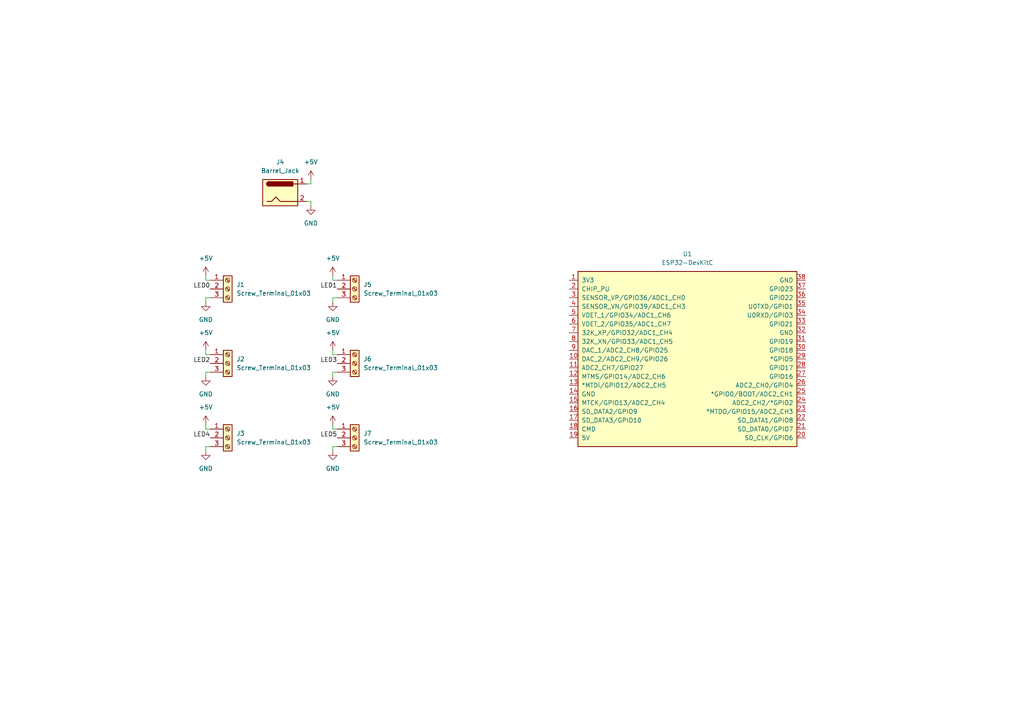
<source format=kicad_sch>
(kicad_sch (version 20211123) (generator eeschema)
  (paper "A4")
  (lib_symbols
    (symbol "Connector:Barrel_Jack" (pin_names (offset 1.016))
      (property "Reference" "J" (at 0 5.334 0))
      (property "Value" "Barrel_Jack" (at 0 -5.08 0))
      (symbol "Barrel_Jack_0_1"
        (rectangle (start -5.08 3.81) (end 5.08 -3.81) (stroke (width 0.254)) (fill (type background)))
        (arc (start -3.302 3.175) (mid -3.937 2.54) (end -3.302 1.905) (stroke (width 0.254)))
        (arc (start -3.302 3.175) (mid -3.937 2.54) (end -3.302 1.905) (stroke (width 0.254)) (fill (type outline)))
        (polyline (pts (xy 5.08 2.54) (xy 3.81 2.54)) (stroke (width 0.254)))
        (polyline (pts (xy -3.81 -2.54) (xy -2.54 -2.54) (xy -1.27 -1.27) (xy 0 -2.54) (xy 2.54 -2.54) (xy 5.08 -2.54)) (stroke (width 0.254)))
        (rectangle (start 3.683 3.175) (end -3.302 1.905) (stroke (width 0.254)) (fill (type outline)))
      )
      (symbol "Barrel_Jack_1_1"
        (pin passive line (at 7.62 2.54 180) (length 2.54) (name "~") (number "1"))
        (pin passive line (at 7.62 -2.54 180) (length 2.54) (name "~") (number "2"))
      )
    )
    (symbol "Connector:Screw_Terminal_01x03" (pin_names (offset 1.016) hide)
      (property "Reference" "J" (at 0 5.08 0))
      (property "Value" "Screw_Terminal_01x03" (at 0 -5.08 0))
      (symbol "Screw_Terminal_01x03_1_1"
        (rectangle (start -1.27 3.81) (end 1.27 -3.81) (stroke (width 0.254)) (fill (type background)))
        (circle (center 0 -2.54) (radius 0.635) (stroke (width 0.1524)))
        (polyline (pts (xy -0.5334 -2.2098) (xy 0.3302 -3.048)) (stroke (width 0.1524)))
        (polyline (pts (xy -0.5334 0.3302) (xy 0.3302 -0.508)) (stroke (width 0.1524)))
        (polyline (pts (xy -0.5334 2.8702) (xy 0.3302 2.032)) (stroke (width 0.1524)))
        (polyline (pts (xy -0.3556 -2.032) (xy 0.508 -2.8702)) (stroke (width 0.1524)))
        (polyline (pts (xy -0.3556 0.508) (xy 0.508 -0.3302)) (stroke (width 0.1524)))
        (polyline (pts (xy -0.3556 3.048) (xy 0.508 2.2098)) (stroke (width 0.1524)))
        (circle (center 0 0) (radius 0.635) (stroke (width 0.1524)))
        (circle (center 0 2.54) (radius 0.635) (stroke (width 0.1524)))
        (pin passive line (at -5.08 2.54 0) (length 3.81) (name "Pin_1") (number "1"))
        (pin passive line (at -5.08 0 0) (length 3.81) (name "Pin_2") (number "2"))
        (pin passive line (at -5.08 -2.54 0) (length 3.81) (name "Pin_3") (number "3"))
      )
    )
    (symbol "Espressif:ESP32-DevKitC" (pin_names (offset 1.016))
      (property "Reference" "U" (at -30.48 30.48 0))
      (property "Value" "ESP32-DevKitC" (at -30.48 27.94 0))
      (symbol "ESP32-DevKitC_0_0"
        (pin power_in line (at -33.02 -10.16 0) (length 2.54) (name "GND") (number "14"))
        (pin power_in line (at -33.02 -22.86 0) (length 2.54) (name "5V") (number "19"))
      )
      (symbol "ESP32-DevKitC_0_1"
        (rectangle (start -30.48 25.4) (end 33.02 -25.4) (stroke (width 0.254)) (fill (type background)))
      )
      (symbol "ESP32-DevKitC_1_1"
        (pin power_in line (at -33.02 22.86 0) (length 2.54) (name "3V3") (number "1"))
        (pin bidirectional line (at -33.02 0 0) (length 2.54) (name "DAC_2/ADC2_CH9/GPIO26") (number "10"))
        (pin bidirectional line (at -33.02 -2.54 0) (length 2.54) (name "ADC2_CH7/GPIO27") (number "11"))
        (pin bidirectional line (at -33.02 -5.08 0) (length 2.54) (name "MTMS/GPIO14/ADC2_CH6") (number "12"))
        (pin bidirectional line (at -33.02 -7.62 0) (length 2.54) (name "*MTDI/GPIO12/ADC2_CH5") (number "13"))
        (pin bidirectional line (at -33.02 -12.7 0) (length 2.54) (name "MTCK/GPIO13/ADC2_CH4") (number "15"))
        (pin bidirectional line (at -33.02 -15.24 0) (length 2.54) (name "SD_DATA2/GPIO9") (number "16"))
        (pin bidirectional line (at -33.02 -17.78 0) (length 2.54) (name "SD_DATA3/GPIO10") (number "17"))
        (pin bidirectional line (at -33.02 -20.32 0) (length 2.54) (name "CMD") (number "18"))
        (pin input line (at -33.02 20.32 0) (length 2.54) (name "CHIP_PU") (number "2"))
        (pin bidirectional line (at 35.56 -22.86 180) (length 2.54) (name "SD_CLK/GPIO6") (number "20"))
        (pin bidirectional line (at 35.56 -20.32 180) (length 2.54) (name "SD_DATA0/GPIO7") (number "21"))
        (pin bidirectional line (at 35.56 -17.78 180) (length 2.54) (name "SD_DATA1/GPIO8") (number "22"))
        (pin bidirectional line (at 35.56 -15.24 180) (length 2.54) (name "*MTDO/GPIO15/ADC2_CH3") (number "23"))
        (pin bidirectional line (at 35.56 -12.7 180) (length 2.54) (name "ADC2_CH2/*GPIO2") (number "24"))
        (pin bidirectional line (at 35.56 -10.16 180) (length 2.54) (name "*GPIO0/BOOT/ADC2_CH1") (number "25"))
        (pin bidirectional line (at 35.56 -7.62 180) (length 2.54) (name "ADC2_CH0/GPIO4") (number "26"))
        (pin bidirectional line (at 35.56 -5.08 180) (length 2.54) (name "GPIO16") (number "27"))
        (pin bidirectional line (at 35.56 -2.54 180) (length 2.54) (name "GPIO17") (number "28"))
        (pin bidirectional line (at 35.56 0 180) (length 2.54) (name "*GPIO5") (number "29"))
        (pin input line (at -33.02 17.78 0) (length 2.54) (name "SENSOR_VP/GPIO36/ADC1_CH0") (number "3"))
        (pin bidirectional line (at 35.56 2.54 180) (length 2.54) (name "GPIO18") (number "30"))
        (pin bidirectional line (at 35.56 5.08 180) (length 2.54) (name "GPIO19") (number "31"))
        (pin power_in line (at 35.56 7.62 180) (length 2.54) (name "GND") (number "32"))
        (pin bidirectional line (at 35.56 10.16 180) (length 2.54) (name "GPIO21") (number "33"))
        (pin bidirectional line (at 35.56 12.7 180) (length 2.54) (name "U0RXD/GPIO3") (number "34"))
        (pin bidirectional line (at 35.56 15.24 180) (length 2.54) (name "U0TXD/GPIO1") (number "35"))
        (pin bidirectional line (at 35.56 17.78 180) (length 2.54) (name "GPIO22") (number "36"))
        (pin bidirectional line (at 35.56 20.32 180) (length 2.54) (name "GPIO23") (number "37"))
        (pin power_in line (at 35.56 22.86 180) (length 2.54) (name "GND") (number "38"))
        (pin input line (at -33.02 15.24 0) (length 2.54) (name "SENSOR_VN/GPIO39/ADC1_CH3") (number "4"))
        (pin input line (at -33.02 12.7 0) (length 2.54) (name "VDET_1/GPIO34/ADC1_CH6") (number "5"))
        (pin input line (at -33.02 10.16 0) (length 2.54) (name "VDET_2/GPIO35/ADC1_CH7") (number "6"))
        (pin bidirectional line (at -33.02 7.62 0) (length 2.54) (name "32K_XP/GPIO32/ADC1_CH4") (number "7"))
        (pin bidirectional line (at -33.02 5.08 0) (length 2.54) (name "32K_XN/GPIO33/ADC1_CH5") (number "8"))
        (pin bidirectional line (at -33.02 2.54 0) (length 2.54) (name "DAC_1/ADC2_CH8/GPIO25") (number "9"))
      )
    )
    (symbol "power:+5V" (power) (pin_names (offset 0))
      (property "Value" "+5V" (at 0 3.556 0))
      (symbol "+5V_0_1"
        (polyline (pts (xy -0.762 1.27) (xy 0 2.54)))
        (polyline (pts (xy 0 0) (xy 0 2.54)))
        (polyline (pts (xy 0 2.54) (xy 0.762 1.27)))
      )
      (symbol "+5V_1_1"
        (pin power_in line (at 0 0 90) (length 0) hide (name "+5V") (number "1"))
      )
    )
    (symbol "power:GND" (power) (pin_names (offset 0))
      (property "Value" "GND" (at 0 -3.81 0))
      (symbol "GND_0_1"
        (polyline (pts (xy 0 0) (xy 0 -1.27) (xy 1.27 -1.27) (xy 0 -2.54) (xy -1.27 -1.27) (xy 0 -1.27)))
      )
      (symbol "GND_1_1"
        (pin power_in line (at 0 0 270) (length 0) hide (name "GND") (number "1"))
      )
    )
  )
  (wire (pts (xy 96.52 81.28) (xy 97.79 81.28)))
  (wire (pts (xy 90.17 58.42) (xy 88.9 58.42)))
  (wire (pts (xy 59.69 124.46) (xy 60.96 124.46)))
  (wire (pts (xy 96.52 129.54) (xy 97.79 129.54)))
  (wire (pts (xy 96.52 107.95) (xy 97.79 107.95)))
  (wire (pts (xy 96.52 109.22) (xy 96.52 107.95)))
  (wire (pts (xy 96.52 86.36) (xy 97.79 86.36)))
  (wire (pts (xy 59.69 102.87) (xy 60.96 102.87)))
  (wire (pts (xy 96.52 123.19) (xy 96.52 124.46)))
  (wire (pts (xy 96.52 80.01) (xy 96.52 81.28)))
  (wire (pts (xy 59.69 107.95) (xy 60.96 107.95)))
  (wire (pts (xy 59.69 101.6) (xy 59.69 102.87)))
  (wire (pts (xy 59.69 109.22) (xy 59.69 107.95)))
  (wire (pts (xy 96.52 101.6) (xy 96.52 102.87)))
  (wire (pts (xy 90.17 53.34) (xy 88.9 53.34)))
  (wire (pts (xy 59.69 87.63) (xy 59.69 86.36)))
  (wire (pts (xy 90.17 52.07) (xy 90.17 53.34)))
  (wire (pts (xy 96.52 124.46) (xy 97.79 124.46)))
  (wire (pts (xy 59.69 130.81) (xy 59.69 129.54)))
  (wire (pts (xy 96.52 87.63) (xy 96.52 86.36)))
  (wire (pts (xy 59.69 123.19) (xy 59.69 124.46)))
  (wire (pts (xy 59.69 129.54) (xy 60.96 129.54)))
  (wire (pts (xy 59.69 81.28) (xy 60.96 81.28)))
  (wire (pts (xy 96.52 130.81) (xy 96.52 129.54)))
  (wire (pts (xy 59.69 86.36) (xy 60.96 86.36)))
  (wire (pts (xy 96.52 102.87) (xy 97.79 102.87)))
  (wire (pts (xy 59.69 80.01) (xy 59.69 81.28)))
  (wire (pts (xy 90.17 59.69) (xy 90.17 58.42)))
  (label "LED4" (at 60.96 127 180))
  (label "LED3" (at 97.79 105.41 180))
  (label "LED1" (at 97.79 83.82 180))
  (label "LED2" (at 60.96 105.41 180))
  (label "LED0" (at 60.96 83.82 180))
  (label "LED5" (at 97.79 127 180))
  (symbol (lib_id "power:+5V") (at 96.52 80.01 0) (unit 1)
    (property "Reference" "#PWR09" (effects hide))
    (property "Value" "+5V" (at 96.52 74.93 0))
  )
  (symbol (lib_id "Connector:Screw_Terminal_01x03") (at 102.87 83.82 0) (unit 1)
    (property "Reference" "J5" (at 105.41 82.5499 0) (effects (justify left)))
    (property "Value" "Screw_Terminal_01x03" (at 105.41 85.0899 0) (effects (justify left)))
    (property "Footprint" "TerminalBlock_Phoenix:TerminalBlock_Phoenix_MKDS-1,5-3_1x03_P5.00mm_Horizontal" (effects hide))
  )
  (symbol (lib_id "Connector:Screw_Terminal_01x03") (at 66.04 83.82 0) (unit 1)
    (property "Reference" "J1" (at 68.58 82.5499 0) (effects (justify left)))
    (property "Value" "Screw_Terminal_01x03" (at 68.58 85.0899 0) (effects (justify left)))
    (property "Footprint" "TerminalBlock_Phoenix:TerminalBlock_Phoenix_MKDS-1,5-3_1x03_P5.00mm_Horizontal" (effects hide))
  )
  (symbol (lib_id "power:+5V") (at 59.69 101.6 0) (unit 1)
    (property "Reference" "#PWR03" (effects hide))
    (property "Value" "+5V" (at 59.69 96.52 0))
  )
  (symbol (lib_id "power:GND") (at 90.17 59.69 0) (unit 1)
    (property "Reference" "#PWR08" (effects hide))
    (property "Value" "GND" (at 90.17 64.77 0))
  )
  (symbol (lib_id "power:GND") (at 96.52 109.22 0) (unit 1)
    (property "Reference" "#PWR012" (effects hide))
    (property "Value" "GND" (at 96.52 114.3 0))
  )
  (symbol (lib_id "power:GND") (at 59.69 87.63 0) (unit 1)
    (property "Reference" "#PWR02" (effects hide))
    (property "Value" "GND" (at 59.69 92.71 0))
  )
  (symbol (lib_id "Connector:Barrel_Jack") (at 81.28 55.88 0) (unit 1)
    (property "Reference" "J4" (at 81.28 46.99 0))
    (property "Value" "Barrel_Jack" (at 81.28 49.53 0))
    (property "Footprint" "Connector_BarrelJack:BarrelJack_Horizontal" (effects hide))
  )
  (symbol (lib_id "power:+5V") (at 96.52 123.19 0) (unit 1)
    (property "Reference" "#PWR013" (effects hide))
    (property "Value" "+5V" (at 96.52 118.11 0))
  )
  (symbol (lib_id "power:+5V") (at 59.69 123.19 0) (unit 1)
    (property "Reference" "#PWR05" (effects hide))
    (property "Value" "+5V" (at 59.69 118.11 0))
  )
  (symbol (lib_id "power:+5V") (at 96.52 101.6 0) (unit 1)
    (property "Reference" "#PWR011" (effects hide))
    (property "Value" "+5V" (at 96.52 96.52 0))
  )
  (symbol (lib_id "power:GND") (at 96.52 130.81 0) (unit 1)
    (property "Reference" "#PWR014" (effects hide))
    (property "Value" "GND" (at 96.52 135.89 0))
  )
  (symbol (lib_id "power:GND") (at 96.52 87.63 0) (unit 1)
    (property "Reference" "#PWR010" (effects hide))
    (property "Value" "GND" (at 96.52 92.71 0))
  )
  (symbol (lib_id "Espressif:ESP32-DevKitC") (at 198.12 104.14 0) (unit 1)
    (property "Reference" "U1" (at 199.39 73.66 0))
    (property "Value" "ESP32-DevKitC" (at 199.39 76.2 0))
    (property "Footprint" "Espressif:ESP32-DevKitC" (effects hide))
    (property "Datasheet" "https://docs.espressif.com/projects/esp-idf/zh_CN/latest/esp32/hw-reference/esp32/get-started-devkitc.html" (effects hide))
  )
  (symbol (lib_id "power:+5V") (at 59.69 80.01 0) (unit 1)
    (property "Reference" "#PWR01" (effects hide))
    (property "Value" "+5V" (at 59.69 74.93 0))
  )
  (symbol (lib_id "power:+5V") (at 90.17 52.07 0) (unit 1)
    (property "Reference" "#PWR07" (effects hide))
    (property "Value" "+5V" (at 90.17 46.99 0))
  )
  (symbol (lib_id "Connector:Screw_Terminal_01x03") (at 66.04 127 0) (unit 1)
    (property "Reference" "J3" (at 68.58 125.7299 0) (effects (justify left)))
    (property "Value" "Screw_Terminal_01x03" (at 68.58 128.2699 0) (effects (justify left)))
    (property "Footprint" "TerminalBlock_Phoenix:TerminalBlock_Phoenix_MKDS-1,5-3_1x03_P5.00mm_Horizontal" (effects hide))
  )
  (symbol (lib_id "Connector:Screw_Terminal_01x03") (at 66.04 105.41 0) (unit 1)
    (property "Reference" "J2" (at 68.58 104.1399 0) (effects (justify left)))
    (property "Value" "Screw_Terminal_01x03" (at 68.58 106.6799 0) (effects (justify left)))
    (property "Footprint" "TerminalBlock_Phoenix:TerminalBlock_Phoenix_MKDS-1,5-3_1x03_P5.00mm_Horizontal" (effects hide))
  )
  (symbol (lib_id "Connector:Screw_Terminal_01x03") (at 102.87 105.41 0) (unit 1)
    (property "Reference" "J6" (at 105.41 104.1399 0) (effects (justify left)))
    (property "Value" "Screw_Terminal_01x03" (at 105.41 106.6799 0) (effects (justify left)))
    (property "Footprint" "TerminalBlock_Phoenix:TerminalBlock_Phoenix_MKDS-1,5-3_1x03_P5.00mm_Horizontal" (effects hide))
  )
  (symbol (lib_id "Connector:Screw_Terminal_01x03") (at 102.87 127 0) (unit 1)
    (property "Reference" "J7" (at 105.41 125.7299 0) (effects (justify left)))
    (property "Value" "Screw_Terminal_01x03" (at 105.41 128.2699 0) (effects (justify left)))
    (property "Footprint" "TerminalBlock_Phoenix:TerminalBlock_Phoenix_MKDS-1,5-3_1x03_P5.00mm_Horizontal" (effects hide))
  )
  (symbol (lib_id "power:GND") (at 59.69 130.81 0) (unit 1)
    (property "Reference" "#PWR06" (effects hide))
    (property "Value" "GND" (at 59.69 135.89 0))
  )
  (symbol (lib_id "power:GND") (at 59.69 109.22 0) (unit 1)
    (property "Reference" "#PWR04" (effects hide))
    (property "Value" "GND" (at 59.69 114.3 0))
  )
)
</source>
